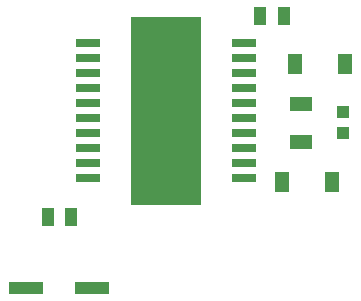
<source format=gtp>
G04 Layer: TopPasteMaskLayer*
G04 EasyEDA v6.3.53, 2020-06-26T16:53:54--4:00*
G04 395d111042f2402990e7a52cfaf045f1,10*
G04 Gerber Generator version 0.2*
G04 Scale: 100 percent, Rotated: No, Reflected: No *
G04 Dimensions in millimeters *
G04 leading zeros omitted , absolute positions ,3 integer and 3 decimal *
%FSLAX33Y33*%
%MOMM*%
G90*
G71D02*

%ADD14R,1.999996X0.635000*%
%ADD15R,5.999988X15.899994*%
%ADD16R,1.099998X0.999998*%
%ADD17R,2.999994X0.999998*%
%ADD18R,1.270000X1.651000*%
%ADD19R,1.899996X1.199998*%
%ADD20R,0.999998X1.550010*%

%LPD*%
G54D14*
G01X7116Y25189D03*
G01X7116Y23919D03*
G01X7116Y22649D03*
G01X7116Y21379D03*
G01X7116Y20109D03*
G01X7116Y18839D03*
G01X7116Y17569D03*
G01X7116Y16299D03*
G01X7116Y15029D03*
G01X7116Y13759D03*
G01X20315Y13759D03*
G01X20315Y15029D03*
G01X20315Y16299D03*
G01X20315Y17569D03*
G01X20315Y18839D03*
G01X20315Y20109D03*
G01X20315Y21379D03*
G01X20315Y22649D03*
G01X20315Y23919D03*
G01X20315Y25189D03*
G54D15*
G01X13716Y19474D03*
G54D16*
G01X28715Y19374D03*
G01X28715Y17574D03*
G54D17*
G01X1915Y4475D03*
G01X7516Y4475D03*
G54D18*
G01X23556Y13475D03*
G01X27799Y13475D03*
G01X28874Y23474D03*
G01X24632Y23474D03*
G54D19*
G01X25146Y20058D03*
G01X25146Y16858D03*
G54D20*
G01X21715Y27474D03*
G01X23715Y27474D03*
G01X3716Y10475D03*
G01X5716Y10475D03*
M00*
M02*

</source>
